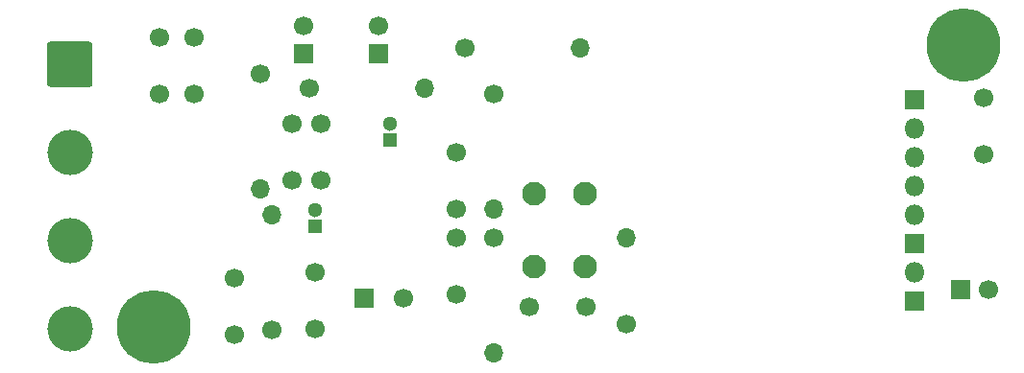
<source format=gbr>
%TF.GenerationSoftware,KiCad,Pcbnew,5.1.6-c6e7f7d~87~ubuntu20.04.1*%
%TF.CreationDate,2021-01-23T09:42:22-03:00*%
%TF.ProjectId,Modulo-completo,4d6f6475-6c6f-42d6-936f-6d706c65746f,rev?*%
%TF.SameCoordinates,Original*%
%TF.FileFunction,Soldermask,Top*%
%TF.FilePolarity,Negative*%
%FSLAX46Y46*%
G04 Gerber Fmt 4.6, Leading zero omitted, Abs format (unit mm)*
G04 Created by KiCad (PCBNEW 5.1.6-c6e7f7d~87~ubuntu20.04.1) date 2021-01-23 09:42:22*
%MOMM*%
%LPD*%
G01*
G04 APERTURE LIST*
%ADD10O,1.800000X1.800000*%
%ADD11R,1.800000X1.800000*%
%ADD12C,6.500000*%
%ADD13C,1.700000*%
%ADD14R,1.700000X1.700000*%
%ADD15C,4.000000*%
%ADD16O,1.700000X1.700000*%
%ADD17C,1.300000*%
%ADD18R,1.300000X1.300000*%
%ADD19C,2.100000*%
G04 APERTURE END LIST*
D10*
%TO.C,J1*%
X100584000Y-142240000D03*
D11*
X100584000Y-144780000D03*
%TD*%
D12*
%TO.C,REF\u002A\u002A*%
X104902000Y-122174000D03*
%TD*%
%TO.C,REF\u002A\u002A*%
X33528000Y-147066000D03*
%TD*%
D13*
%TO.C,C8*%
X55570000Y-144526000D03*
D14*
X52070000Y-144526000D03*
%TD*%
D13*
%TO.C,C2*%
X34036000Y-121492000D03*
X34036000Y-126492000D03*
%TD*%
%TO.C,C1*%
X107148000Y-143764000D03*
D14*
X104648000Y-143764000D03*
%TD*%
D10*
%TO.C,J3*%
X100584000Y-132080000D03*
X100584000Y-134620000D03*
X100584000Y-137160000D03*
D11*
X100584000Y-139700000D03*
%TD*%
D15*
%TO.C,J2*%
X26162000Y-147246000D03*
X26162000Y-139446000D03*
X26162000Y-131646000D03*
G36*
G01*
X24418411Y-121846000D02*
X27905589Y-121846000D01*
G75*
G02*
X28162000Y-122102411I0J-256411D01*
G01*
X28162000Y-125589589D01*
G75*
G02*
X27905589Y-125846000I-256411J0D01*
G01*
X24418411Y-125846000D01*
G75*
G02*
X24162000Y-125589589I0J256411D01*
G01*
X24162000Y-122102411D01*
G75*
G02*
X24418411Y-121846000I256411J0D01*
G01*
G37*
%TD*%
D16*
%TO.C,R7*%
X63500000Y-136652000D03*
D13*
X63500000Y-126492000D03*
%TD*%
D16*
%TO.C,R6*%
X63500000Y-149352000D03*
D13*
X63500000Y-139192000D03*
%TD*%
D16*
%TO.C,R5*%
X42926000Y-134874000D03*
D13*
X42926000Y-124714000D03*
%TD*%
D16*
%TO.C,R4*%
X43942000Y-137160000D03*
D13*
X43942000Y-147320000D03*
%TD*%
%TO.C,C18*%
X60198000Y-131652000D03*
X60198000Y-136652000D03*
%TD*%
%TO.C,C17*%
X45720000Y-129112000D03*
X45720000Y-134112000D03*
%TD*%
%TO.C,C15*%
X60198000Y-144192000D03*
X60198000Y-139192000D03*
%TD*%
%TO.C,C14*%
X48260000Y-129112000D03*
X48260000Y-134112000D03*
%TD*%
%TO.C,C13*%
X47752000Y-147240000D03*
X47752000Y-142240000D03*
%TD*%
D17*
%TO.C,C12*%
X54356000Y-129056000D03*
D18*
X54356000Y-130556000D03*
%TD*%
D17*
%TO.C,C11*%
X47752000Y-136676000D03*
D18*
X47752000Y-138176000D03*
%TD*%
D19*
%TO.C,SW1*%
X67056000Y-135232000D03*
X71556000Y-135232000D03*
X67056000Y-141732000D03*
X71556000Y-141732000D03*
%TD*%
D16*
%TO.C,R3*%
X75184000Y-139192000D03*
D13*
X75184000Y-146812000D03*
%TD*%
D16*
%TO.C,R2*%
X71120000Y-122428000D03*
D13*
X60960000Y-122428000D03*
%TD*%
D16*
%TO.C,R1*%
X57404000Y-125984000D03*
D13*
X47244000Y-125984000D03*
%TD*%
D10*
%TO.C,JP1*%
X100584000Y-129540000D03*
D11*
X100584000Y-127000000D03*
%TD*%
D13*
%TO.C,C10*%
X66628000Y-145288000D03*
X71628000Y-145288000D03*
%TD*%
%TO.C,C7*%
X106680000Y-126826000D03*
X106680000Y-131826000D03*
%TD*%
%TO.C,C6*%
X53340000Y-120436000D03*
D14*
X53340000Y-122936000D03*
%TD*%
D13*
%TO.C,C5*%
X40640000Y-147748000D03*
X40640000Y-142748000D03*
%TD*%
%TO.C,C4*%
X37084000Y-121492000D03*
X37084000Y-126492000D03*
%TD*%
%TO.C,C3*%
X46736000Y-120436000D03*
D14*
X46736000Y-122936000D03*
%TD*%
M02*

</source>
